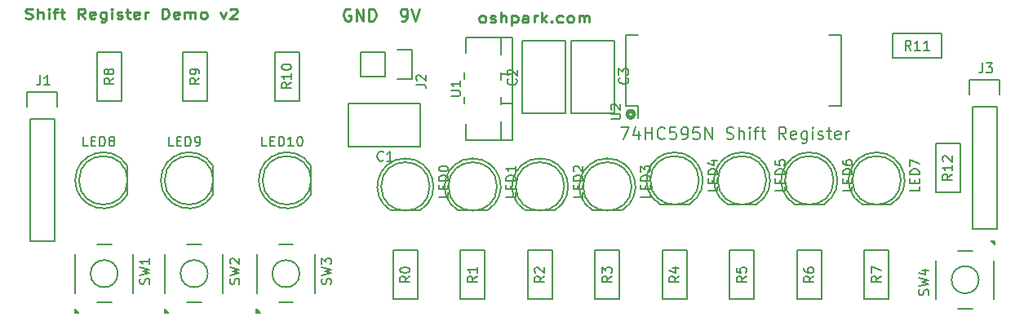
<source format=gto>
G04 #@! TF.FileFunction,Legend,Top*
%FSLAX46Y46*%
G04 Gerber Fmt 4.6, Leading zero omitted, Abs format (unit mm)*
G04 Created by KiCad (PCBNEW 4.0.3+e1-6302~38~ubuntu14.04.1-stable) date Thu Sep  8 17:11:28 2016*
%MOMM*%
%LPD*%
G01*
G04 APERTURE LIST*
%ADD10C,0.100000*%
%ADD11C,0.254000*%
%ADD12C,0.203200*%
%ADD13C,0.150000*%
%ADD14C,0.400000*%
G04 APERTURE END LIST*
D10*
D11*
X107082167Y-84241519D02*
X106961214Y-84193138D01*
X106900738Y-84144757D01*
X106840262Y-84047995D01*
X106840262Y-83757710D01*
X106900738Y-83660948D01*
X106961214Y-83612567D01*
X107082167Y-83564186D01*
X107263595Y-83564186D01*
X107384547Y-83612567D01*
X107445024Y-83660948D01*
X107505500Y-83757710D01*
X107505500Y-84047995D01*
X107445024Y-84144757D01*
X107384547Y-84193138D01*
X107263595Y-84241519D01*
X107082167Y-84241519D01*
X107989310Y-84193138D02*
X108110262Y-84241519D01*
X108352167Y-84241519D01*
X108473119Y-84193138D01*
X108533595Y-84096376D01*
X108533595Y-84047995D01*
X108473119Y-83951233D01*
X108352167Y-83902852D01*
X108170738Y-83902852D01*
X108049786Y-83854471D01*
X107989310Y-83757710D01*
X107989310Y-83709329D01*
X108049786Y-83612567D01*
X108170738Y-83564186D01*
X108352167Y-83564186D01*
X108473119Y-83612567D01*
X109077881Y-84241519D02*
X109077881Y-83225519D01*
X109622167Y-84241519D02*
X109622167Y-83709329D01*
X109561690Y-83612567D01*
X109440738Y-83564186D01*
X109259310Y-83564186D01*
X109138357Y-83612567D01*
X109077881Y-83660948D01*
X110226929Y-83564186D02*
X110226929Y-84580186D01*
X110226929Y-83612567D02*
X110347881Y-83564186D01*
X110589786Y-83564186D01*
X110710738Y-83612567D01*
X110771215Y-83660948D01*
X110831691Y-83757710D01*
X110831691Y-84047995D01*
X110771215Y-84144757D01*
X110710738Y-84193138D01*
X110589786Y-84241519D01*
X110347881Y-84241519D01*
X110226929Y-84193138D01*
X111920263Y-84241519D02*
X111920263Y-83709329D01*
X111859786Y-83612567D01*
X111738834Y-83564186D01*
X111496929Y-83564186D01*
X111375977Y-83612567D01*
X111920263Y-84193138D02*
X111799310Y-84241519D01*
X111496929Y-84241519D01*
X111375977Y-84193138D01*
X111315501Y-84096376D01*
X111315501Y-83999614D01*
X111375977Y-83902852D01*
X111496929Y-83854471D01*
X111799310Y-83854471D01*
X111920263Y-83806090D01*
X112525025Y-84241519D02*
X112525025Y-83564186D01*
X112525025Y-83757710D02*
X112585501Y-83660948D01*
X112645977Y-83612567D01*
X112766930Y-83564186D01*
X112887882Y-83564186D01*
X113311215Y-84241519D02*
X113311215Y-83225519D01*
X113432167Y-83854471D02*
X113795024Y-84241519D01*
X113795024Y-83564186D02*
X113311215Y-83951233D01*
X114339310Y-84144757D02*
X114399786Y-84193138D01*
X114339310Y-84241519D01*
X114278834Y-84193138D01*
X114339310Y-84144757D01*
X114339310Y-84241519D01*
X115488358Y-84193138D02*
X115367405Y-84241519D01*
X115125501Y-84241519D01*
X115004548Y-84193138D01*
X114944072Y-84144757D01*
X114883596Y-84047995D01*
X114883596Y-83757710D01*
X114944072Y-83660948D01*
X115004548Y-83612567D01*
X115125501Y-83564186D01*
X115367405Y-83564186D01*
X115488358Y-83612567D01*
X116214072Y-84241519D02*
X116093119Y-84193138D01*
X116032643Y-84144757D01*
X115972167Y-84047995D01*
X115972167Y-83757710D01*
X116032643Y-83660948D01*
X116093119Y-83612567D01*
X116214072Y-83564186D01*
X116395500Y-83564186D01*
X116516452Y-83612567D01*
X116576929Y-83660948D01*
X116637405Y-83757710D01*
X116637405Y-84047995D01*
X116576929Y-84144757D01*
X116516452Y-84193138D01*
X116395500Y-84241519D01*
X116214072Y-84241519D01*
X117181691Y-84241519D02*
X117181691Y-83564186D01*
X117181691Y-83660948D02*
X117242167Y-83612567D01*
X117363120Y-83564186D01*
X117544548Y-83564186D01*
X117665500Y-83612567D01*
X117725977Y-83709329D01*
X117725977Y-84241519D01*
X117725977Y-83709329D02*
X117786453Y-83612567D01*
X117907405Y-83564186D01*
X118088834Y-83564186D01*
X118209786Y-83612567D01*
X118270262Y-83709329D01*
X118270262Y-84241519D01*
X59762573Y-83812138D02*
X59944001Y-83860519D01*
X60246382Y-83860519D01*
X60367335Y-83812138D01*
X60427811Y-83763757D01*
X60488287Y-83666995D01*
X60488287Y-83570233D01*
X60427811Y-83473471D01*
X60367335Y-83425090D01*
X60246382Y-83376710D01*
X60004478Y-83328329D01*
X59883525Y-83279948D01*
X59823049Y-83231567D01*
X59762573Y-83134805D01*
X59762573Y-83038043D01*
X59823049Y-82941281D01*
X59883525Y-82892900D01*
X60004478Y-82844519D01*
X60306858Y-82844519D01*
X60488287Y-82892900D01*
X61032573Y-83860519D02*
X61032573Y-82844519D01*
X61576859Y-83860519D02*
X61576859Y-83328329D01*
X61516382Y-83231567D01*
X61395430Y-83183186D01*
X61214002Y-83183186D01*
X61093049Y-83231567D01*
X61032573Y-83279948D01*
X62181621Y-83860519D02*
X62181621Y-83183186D01*
X62181621Y-82844519D02*
X62121145Y-82892900D01*
X62181621Y-82941281D01*
X62242097Y-82892900D01*
X62181621Y-82844519D01*
X62181621Y-82941281D01*
X62604954Y-83183186D02*
X63088764Y-83183186D01*
X62786383Y-83860519D02*
X62786383Y-82989662D01*
X62846859Y-82892900D01*
X62967812Y-82844519D01*
X63088764Y-82844519D01*
X63330668Y-83183186D02*
X63814478Y-83183186D01*
X63512097Y-82844519D02*
X63512097Y-83715376D01*
X63572573Y-83812138D01*
X63693526Y-83860519D01*
X63814478Y-83860519D01*
X65931144Y-83860519D02*
X65507811Y-83376710D01*
X65205430Y-83860519D02*
X65205430Y-82844519D01*
X65689239Y-82844519D01*
X65810192Y-82892900D01*
X65870668Y-82941281D01*
X65931144Y-83038043D01*
X65931144Y-83183186D01*
X65870668Y-83279948D01*
X65810192Y-83328329D01*
X65689239Y-83376710D01*
X65205430Y-83376710D01*
X66959239Y-83812138D02*
X66838287Y-83860519D01*
X66596382Y-83860519D01*
X66475430Y-83812138D01*
X66414954Y-83715376D01*
X66414954Y-83328329D01*
X66475430Y-83231567D01*
X66596382Y-83183186D01*
X66838287Y-83183186D01*
X66959239Y-83231567D01*
X67019716Y-83328329D01*
X67019716Y-83425090D01*
X66414954Y-83521852D01*
X68108287Y-83183186D02*
X68108287Y-84005662D01*
X68047810Y-84102424D01*
X67987334Y-84150805D01*
X67866382Y-84199186D01*
X67684953Y-84199186D01*
X67564001Y-84150805D01*
X68108287Y-83812138D02*
X67987334Y-83860519D01*
X67745430Y-83860519D01*
X67624477Y-83812138D01*
X67564001Y-83763757D01*
X67503525Y-83666995D01*
X67503525Y-83376710D01*
X67564001Y-83279948D01*
X67624477Y-83231567D01*
X67745430Y-83183186D01*
X67987334Y-83183186D01*
X68108287Y-83231567D01*
X68713049Y-83860519D02*
X68713049Y-83183186D01*
X68713049Y-82844519D02*
X68652573Y-82892900D01*
X68713049Y-82941281D01*
X68773525Y-82892900D01*
X68713049Y-82844519D01*
X68713049Y-82941281D01*
X69257335Y-83812138D02*
X69378287Y-83860519D01*
X69620192Y-83860519D01*
X69741144Y-83812138D01*
X69801620Y-83715376D01*
X69801620Y-83666995D01*
X69741144Y-83570233D01*
X69620192Y-83521852D01*
X69438763Y-83521852D01*
X69317811Y-83473471D01*
X69257335Y-83376710D01*
X69257335Y-83328329D01*
X69317811Y-83231567D01*
X69438763Y-83183186D01*
X69620192Y-83183186D01*
X69741144Y-83231567D01*
X70164477Y-83183186D02*
X70648287Y-83183186D01*
X70345906Y-82844519D02*
X70345906Y-83715376D01*
X70406382Y-83812138D01*
X70527335Y-83860519D01*
X70648287Y-83860519D01*
X71555429Y-83812138D02*
X71434477Y-83860519D01*
X71192572Y-83860519D01*
X71071620Y-83812138D01*
X71011144Y-83715376D01*
X71011144Y-83328329D01*
X71071620Y-83231567D01*
X71192572Y-83183186D01*
X71434477Y-83183186D01*
X71555429Y-83231567D01*
X71615906Y-83328329D01*
X71615906Y-83425090D01*
X71011144Y-83521852D01*
X72160191Y-83860519D02*
X72160191Y-83183186D01*
X72160191Y-83376710D02*
X72220667Y-83279948D01*
X72281143Y-83231567D01*
X72402096Y-83183186D01*
X72523048Y-83183186D01*
X73914000Y-83860519D02*
X73914000Y-82844519D01*
X74216381Y-82844519D01*
X74397809Y-82892900D01*
X74518762Y-82989662D01*
X74579238Y-83086424D01*
X74639714Y-83279948D01*
X74639714Y-83425090D01*
X74579238Y-83618614D01*
X74518762Y-83715376D01*
X74397809Y-83812138D01*
X74216381Y-83860519D01*
X73914000Y-83860519D01*
X75667809Y-83812138D02*
X75546857Y-83860519D01*
X75304952Y-83860519D01*
X75184000Y-83812138D01*
X75123524Y-83715376D01*
X75123524Y-83328329D01*
X75184000Y-83231567D01*
X75304952Y-83183186D01*
X75546857Y-83183186D01*
X75667809Y-83231567D01*
X75728286Y-83328329D01*
X75728286Y-83425090D01*
X75123524Y-83521852D01*
X76272571Y-83860519D02*
X76272571Y-83183186D01*
X76272571Y-83279948D02*
X76333047Y-83231567D01*
X76454000Y-83183186D01*
X76635428Y-83183186D01*
X76756380Y-83231567D01*
X76816857Y-83328329D01*
X76816857Y-83860519D01*
X76816857Y-83328329D02*
X76877333Y-83231567D01*
X76998285Y-83183186D01*
X77179714Y-83183186D01*
X77300666Y-83231567D01*
X77361142Y-83328329D01*
X77361142Y-83860519D01*
X78147333Y-83860519D02*
X78026380Y-83812138D01*
X77965904Y-83763757D01*
X77905428Y-83666995D01*
X77905428Y-83376710D01*
X77965904Y-83279948D01*
X78026380Y-83231567D01*
X78147333Y-83183186D01*
X78328761Y-83183186D01*
X78449713Y-83231567D01*
X78510190Y-83279948D01*
X78570666Y-83376710D01*
X78570666Y-83666995D01*
X78510190Y-83763757D01*
X78449713Y-83812138D01*
X78328761Y-83860519D01*
X78147333Y-83860519D01*
X79961619Y-83183186D02*
X80264000Y-83860519D01*
X80566380Y-83183186D01*
X80989714Y-82941281D02*
X81050190Y-82892900D01*
X81171142Y-82844519D01*
X81473523Y-82844519D01*
X81594476Y-82892900D01*
X81654952Y-82941281D01*
X81715428Y-83038043D01*
X81715428Y-83134805D01*
X81654952Y-83279948D01*
X80929238Y-83860519D01*
X81715428Y-83860519D01*
D12*
X121496668Y-95151424D02*
X122343334Y-95151424D01*
X121799049Y-96421424D01*
X123371430Y-95574757D02*
X123371430Y-96421424D01*
X123069049Y-95090948D02*
X122766668Y-95998090D01*
X123552858Y-95998090D01*
X124036668Y-96421424D02*
X124036668Y-95151424D01*
X124036668Y-95756186D02*
X124762382Y-95756186D01*
X124762382Y-96421424D02*
X124762382Y-95151424D01*
X126092858Y-96300471D02*
X126032382Y-96360948D01*
X125850953Y-96421424D01*
X125730001Y-96421424D01*
X125548573Y-96360948D01*
X125427620Y-96239995D01*
X125367144Y-96119043D01*
X125306668Y-95877138D01*
X125306668Y-95695710D01*
X125367144Y-95453805D01*
X125427620Y-95332852D01*
X125548573Y-95211900D01*
X125730001Y-95151424D01*
X125850953Y-95151424D01*
X126032382Y-95211900D01*
X126092858Y-95272376D01*
X127241906Y-95151424D02*
X126637144Y-95151424D01*
X126576668Y-95756186D01*
X126637144Y-95695710D01*
X126758096Y-95635233D01*
X127060477Y-95635233D01*
X127181430Y-95695710D01*
X127241906Y-95756186D01*
X127302382Y-95877138D01*
X127302382Y-96179519D01*
X127241906Y-96300471D01*
X127181430Y-96360948D01*
X127060477Y-96421424D01*
X126758096Y-96421424D01*
X126637144Y-96360948D01*
X126576668Y-96300471D01*
X127907144Y-96421424D02*
X128149049Y-96421424D01*
X128270001Y-96360948D01*
X128330477Y-96300471D01*
X128451430Y-96119043D01*
X128511906Y-95877138D01*
X128511906Y-95393329D01*
X128451430Y-95272376D01*
X128390954Y-95211900D01*
X128270001Y-95151424D01*
X128028097Y-95151424D01*
X127907144Y-95211900D01*
X127846668Y-95272376D01*
X127786192Y-95393329D01*
X127786192Y-95695710D01*
X127846668Y-95816662D01*
X127907144Y-95877138D01*
X128028097Y-95937614D01*
X128270001Y-95937614D01*
X128390954Y-95877138D01*
X128451430Y-95816662D01*
X128511906Y-95695710D01*
X129660954Y-95151424D02*
X129056192Y-95151424D01*
X128995716Y-95756186D01*
X129056192Y-95695710D01*
X129177144Y-95635233D01*
X129479525Y-95635233D01*
X129600478Y-95695710D01*
X129660954Y-95756186D01*
X129721430Y-95877138D01*
X129721430Y-96179519D01*
X129660954Y-96300471D01*
X129600478Y-96360948D01*
X129479525Y-96421424D01*
X129177144Y-96421424D01*
X129056192Y-96360948D01*
X128995716Y-96300471D01*
X130265716Y-96421424D02*
X130265716Y-95151424D01*
X130991430Y-96421424D01*
X130991430Y-95151424D01*
X132503335Y-96360948D02*
X132684763Y-96421424D01*
X132987144Y-96421424D01*
X133108097Y-96360948D01*
X133168573Y-96300471D01*
X133229049Y-96179519D01*
X133229049Y-96058567D01*
X133168573Y-95937614D01*
X133108097Y-95877138D01*
X132987144Y-95816662D01*
X132745240Y-95756186D01*
X132624287Y-95695710D01*
X132563811Y-95635233D01*
X132503335Y-95514281D01*
X132503335Y-95393329D01*
X132563811Y-95272376D01*
X132624287Y-95211900D01*
X132745240Y-95151424D01*
X133047620Y-95151424D01*
X133229049Y-95211900D01*
X133773335Y-96421424D02*
X133773335Y-95151424D01*
X134317621Y-96421424D02*
X134317621Y-95756186D01*
X134257144Y-95635233D01*
X134136192Y-95574757D01*
X133954764Y-95574757D01*
X133833811Y-95635233D01*
X133773335Y-95695710D01*
X134922383Y-96421424D02*
X134922383Y-95574757D01*
X134922383Y-95151424D02*
X134861907Y-95211900D01*
X134922383Y-95272376D01*
X134982859Y-95211900D01*
X134922383Y-95151424D01*
X134922383Y-95272376D01*
X135345716Y-95574757D02*
X135829526Y-95574757D01*
X135527145Y-96421424D02*
X135527145Y-95332852D01*
X135587621Y-95211900D01*
X135708574Y-95151424D01*
X135829526Y-95151424D01*
X136071430Y-95574757D02*
X136555240Y-95574757D01*
X136252859Y-95151424D02*
X136252859Y-96239995D01*
X136313335Y-96360948D01*
X136434288Y-96421424D01*
X136555240Y-96421424D01*
X138671906Y-96421424D02*
X138248573Y-95816662D01*
X137946192Y-96421424D02*
X137946192Y-95151424D01*
X138430001Y-95151424D01*
X138550954Y-95211900D01*
X138611430Y-95272376D01*
X138671906Y-95393329D01*
X138671906Y-95574757D01*
X138611430Y-95695710D01*
X138550954Y-95756186D01*
X138430001Y-95816662D01*
X137946192Y-95816662D01*
X139700001Y-96360948D02*
X139579049Y-96421424D01*
X139337144Y-96421424D01*
X139216192Y-96360948D01*
X139155716Y-96239995D01*
X139155716Y-95756186D01*
X139216192Y-95635233D01*
X139337144Y-95574757D01*
X139579049Y-95574757D01*
X139700001Y-95635233D01*
X139760478Y-95756186D01*
X139760478Y-95877138D01*
X139155716Y-95998090D01*
X140849049Y-95574757D02*
X140849049Y-96602852D01*
X140788572Y-96723805D01*
X140728096Y-96784281D01*
X140607144Y-96844757D01*
X140425715Y-96844757D01*
X140304763Y-96784281D01*
X140849049Y-96360948D02*
X140728096Y-96421424D01*
X140486192Y-96421424D01*
X140365239Y-96360948D01*
X140304763Y-96300471D01*
X140244287Y-96179519D01*
X140244287Y-95816662D01*
X140304763Y-95695710D01*
X140365239Y-95635233D01*
X140486192Y-95574757D01*
X140728096Y-95574757D01*
X140849049Y-95635233D01*
X141453811Y-96421424D02*
X141453811Y-95574757D01*
X141453811Y-95151424D02*
X141393335Y-95211900D01*
X141453811Y-95272376D01*
X141514287Y-95211900D01*
X141453811Y-95151424D01*
X141453811Y-95272376D01*
X141998097Y-96360948D02*
X142119049Y-96421424D01*
X142360954Y-96421424D01*
X142481906Y-96360948D01*
X142542382Y-96239995D01*
X142542382Y-96179519D01*
X142481906Y-96058567D01*
X142360954Y-95998090D01*
X142179525Y-95998090D01*
X142058573Y-95937614D01*
X141998097Y-95816662D01*
X141998097Y-95756186D01*
X142058573Y-95635233D01*
X142179525Y-95574757D01*
X142360954Y-95574757D01*
X142481906Y-95635233D01*
X142905239Y-95574757D02*
X143389049Y-95574757D01*
X143086668Y-95151424D02*
X143086668Y-96239995D01*
X143147144Y-96360948D01*
X143268097Y-96421424D01*
X143389049Y-96421424D01*
X144296191Y-96360948D02*
X144175239Y-96421424D01*
X143933334Y-96421424D01*
X143812382Y-96360948D01*
X143751906Y-96239995D01*
X143751906Y-95756186D01*
X143812382Y-95635233D01*
X143933334Y-95574757D01*
X144175239Y-95574757D01*
X144296191Y-95635233D01*
X144356668Y-95756186D01*
X144356668Y-95877138D01*
X143751906Y-95998090D01*
X144900953Y-96421424D02*
X144900953Y-95574757D01*
X144900953Y-95816662D02*
X144961429Y-95695710D01*
X145021905Y-95635233D01*
X145142858Y-95574757D01*
X145263810Y-95574757D01*
D11*
X93456881Y-82892900D02*
X93335929Y-82832424D01*
X93154500Y-82832424D01*
X92973072Y-82892900D01*
X92852119Y-83013852D01*
X92791643Y-83134805D01*
X92731167Y-83376710D01*
X92731167Y-83558138D01*
X92791643Y-83800043D01*
X92852119Y-83920995D01*
X92973072Y-84041948D01*
X93154500Y-84102424D01*
X93275452Y-84102424D01*
X93456881Y-84041948D01*
X93517357Y-83981471D01*
X93517357Y-83558138D01*
X93275452Y-83558138D01*
X94061643Y-84102424D02*
X94061643Y-82832424D01*
X94787357Y-84102424D01*
X94787357Y-82832424D01*
X95392119Y-84102424D02*
X95392119Y-82832424D01*
X95694500Y-82832424D01*
X95875928Y-82892900D01*
X95996881Y-83013852D01*
X96057357Y-83134805D01*
X96117833Y-83376710D01*
X96117833Y-83558138D01*
X96057357Y-83800043D01*
X95996881Y-83920995D01*
X95875928Y-84041948D01*
X95694500Y-84102424D01*
X95392119Y-84102424D01*
X98781810Y-84102424D02*
X99023715Y-84102424D01*
X99144667Y-84041948D01*
X99205143Y-83981471D01*
X99326096Y-83800043D01*
X99386572Y-83558138D01*
X99386572Y-83074329D01*
X99326096Y-82953376D01*
X99265620Y-82892900D01*
X99144667Y-82832424D01*
X98902763Y-82832424D01*
X98781810Y-82892900D01*
X98721334Y-82953376D01*
X98660858Y-83074329D01*
X98660858Y-83376710D01*
X98721334Y-83497662D01*
X98781810Y-83558138D01*
X98902763Y-83618614D01*
X99144667Y-83618614D01*
X99265620Y-83558138D01*
X99326096Y-83497662D01*
X99386572Y-83376710D01*
X99749429Y-82832424D02*
X100172763Y-84102424D01*
X100596096Y-82832424D01*
D13*
X100738000Y-97207900D02*
X93238000Y-97207900D01*
X93238000Y-97207900D02*
X93238000Y-92707900D01*
X93238000Y-92707900D02*
X100738000Y-92707900D01*
X100738000Y-92707900D02*
X100738000Y-97207900D01*
X135619132Y-103157788D02*
G75*
G03X132594228Y-103172900I-1524904J2484888D01*
G01*
X135594228Y-103172900D02*
X132594228Y-103172900D01*
X136612164Y-100672900D02*
G75*
G03X136612164Y-100672900I-2517936J0D01*
G01*
X111288000Y-93667900D02*
X111288000Y-86167900D01*
X111288000Y-86167900D02*
X115788000Y-86167900D01*
X115788000Y-86167900D02*
X115788000Y-93667900D01*
X115788000Y-93667900D02*
X111288000Y-93667900D01*
X120868000Y-86167900D02*
X120868000Y-93667900D01*
X120868000Y-93667900D02*
X116368000Y-93667900D01*
X116368000Y-93667900D02*
X116368000Y-86167900D01*
X116368000Y-86167900D02*
X120868000Y-86167900D01*
X62738000Y-94322900D02*
X62738000Y-107022900D01*
X62738000Y-107022900D02*
X60198000Y-107022900D01*
X60198000Y-107022900D02*
X60198000Y-94322900D01*
X63018000Y-91502900D02*
X63018000Y-93052900D01*
X62738000Y-94322900D02*
X60198000Y-94322900D01*
X59918000Y-93052900D02*
X59918000Y-91502900D01*
X59918000Y-91502900D02*
X63018000Y-91502900D01*
X97028000Y-89877900D02*
X94488000Y-89877900D01*
X99848000Y-90157900D02*
X98298000Y-90157900D01*
X97028000Y-89877900D02*
X97028000Y-87337900D01*
X98298000Y-87057900D02*
X99848000Y-87057900D01*
X99848000Y-87057900D02*
X99848000Y-90157900D01*
X97028000Y-87337900D02*
X94488000Y-87337900D01*
X94488000Y-87337900D02*
X94488000Y-89877900D01*
X160528000Y-93052900D02*
X160528000Y-105752900D01*
X160528000Y-105752900D02*
X157988000Y-105752900D01*
X157988000Y-105752900D02*
X157988000Y-93052900D01*
X160808000Y-90232900D02*
X160808000Y-91782900D01*
X160528000Y-93052900D02*
X157988000Y-93052900D01*
X157708000Y-91782900D02*
X157708000Y-90232900D01*
X157708000Y-90232900D02*
X160808000Y-90232900D01*
X97899228Y-113026936D02*
X97899228Y-107946936D01*
X97899228Y-107946936D02*
X100439228Y-107946936D01*
X100439228Y-107946936D02*
X100439228Y-113026936D01*
X100439228Y-113026936D02*
X97899228Y-113026936D01*
X104884228Y-113026936D02*
X104884228Y-107946936D01*
X104884228Y-107946936D02*
X107424228Y-107946936D01*
X107424228Y-107946936D02*
X107424228Y-113026936D01*
X107424228Y-113026936D02*
X104884228Y-113026936D01*
X111869228Y-113026936D02*
X111869228Y-107946936D01*
X111869228Y-107946936D02*
X114409228Y-107946936D01*
X114409228Y-107946936D02*
X114409228Y-113026936D01*
X114409228Y-113026936D02*
X111869228Y-113026936D01*
X118854228Y-113026936D02*
X118854228Y-107946936D01*
X118854228Y-107946936D02*
X121394228Y-107946936D01*
X121394228Y-107946936D02*
X121394228Y-113026936D01*
X121394228Y-113026936D02*
X118854228Y-113026936D01*
X125839228Y-113026936D02*
X125839228Y-107946936D01*
X125839228Y-107946936D02*
X128379228Y-107946936D01*
X128379228Y-107946936D02*
X128379228Y-113026936D01*
X128379228Y-113026936D02*
X125839228Y-113026936D01*
X132824228Y-113026936D02*
X132824228Y-107946936D01*
X132824228Y-107946936D02*
X135364228Y-107946936D01*
X135364228Y-107946936D02*
X135364228Y-113026936D01*
X135364228Y-113026936D02*
X132824228Y-113026936D01*
X139809228Y-113026936D02*
X139809228Y-107946936D01*
X139809228Y-107946936D02*
X142349228Y-107946936D01*
X142349228Y-107946936D02*
X142349228Y-113026936D01*
X142349228Y-113026936D02*
X139809228Y-113026936D01*
X146794228Y-113026936D02*
X146794228Y-107946936D01*
X146794228Y-107946936D02*
X149334228Y-107946936D01*
X149334228Y-107946936D02*
X149334228Y-113026936D01*
X149334228Y-113026936D02*
X146794228Y-113026936D01*
X67183000Y-92417900D02*
X67183000Y-87337900D01*
X67183000Y-87337900D02*
X69723000Y-87337900D01*
X69723000Y-87337900D02*
X69723000Y-92417900D01*
X69723000Y-92417900D02*
X67183000Y-92417900D01*
X76073000Y-92417900D02*
X76073000Y-87337900D01*
X76073000Y-87337900D02*
X78613000Y-87337900D01*
X78613000Y-87337900D02*
X78613000Y-92417900D01*
X78613000Y-92417900D02*
X76073000Y-92417900D01*
X85598000Y-92417900D02*
X85598000Y-87337900D01*
X85598000Y-87337900D02*
X88138000Y-87337900D01*
X88138000Y-87337900D02*
X88138000Y-92417900D01*
X88138000Y-92417900D02*
X85598000Y-92417900D01*
X154813000Y-87972900D02*
X149733000Y-87972900D01*
X149733000Y-87972900D02*
X149733000Y-85432900D01*
X149733000Y-85432900D02*
X154813000Y-85432900D01*
X154813000Y-85432900D02*
X154813000Y-87972900D01*
X156718000Y-96862900D02*
X156718000Y-101942900D01*
X156718000Y-101942900D02*
X154178000Y-101942900D01*
X154178000Y-101942900D02*
X154178000Y-96862900D01*
X154178000Y-96862900D02*
X156718000Y-96862900D01*
X64913000Y-114322900D02*
X65013000Y-114322900D01*
X64863000Y-114422900D02*
X64863000Y-114072900D01*
X64863000Y-114072900D02*
G75*
G03X65213000Y-114422900I1050000J700000D01*
G01*
X64863000Y-114422900D02*
X65213000Y-114422900D01*
X69327214Y-110372900D02*
G75*
G03X69327214Y-110372900I-1414214J0D01*
G01*
X70913000Y-112372900D02*
X70913000Y-108372900D01*
X64913000Y-112372900D02*
X64913000Y-108372900D01*
X68663000Y-113372900D02*
X67163000Y-113372900D01*
X67163000Y-107372900D02*
X68663000Y-107372900D01*
D10*
X67913000Y-113372900D02*
X67913000Y-113372900D01*
X70913000Y-108372900D02*
X70913000Y-112372900D01*
X64913000Y-108372900D02*
X64913000Y-112372900D01*
X67913000Y-107372900D02*
X67913000Y-107372900D01*
X69327214Y-110372900D02*
G75*
G03X69327214Y-110372900I-1414214J0D01*
G01*
D13*
X74248000Y-114322900D02*
X74348000Y-114322900D01*
X74198000Y-114422900D02*
X74198000Y-114072900D01*
X74198000Y-114072900D02*
G75*
G03X74548000Y-114422900I1050000J700000D01*
G01*
X74198000Y-114422900D02*
X74548000Y-114422900D01*
X78662214Y-110372900D02*
G75*
G03X78662214Y-110372900I-1414214J0D01*
G01*
X80248000Y-112372900D02*
X80248000Y-108372900D01*
X74248000Y-112372900D02*
X74248000Y-108372900D01*
X77998000Y-113372900D02*
X76498000Y-113372900D01*
X76498000Y-107372900D02*
X77998000Y-107372900D01*
D10*
X77248000Y-113372900D02*
X77248000Y-113372900D01*
X80248000Y-108372900D02*
X80248000Y-112372900D01*
X74248000Y-108372900D02*
X74248000Y-112372900D01*
X77248000Y-107372900D02*
X77248000Y-107372900D01*
X78662214Y-110372900D02*
G75*
G03X78662214Y-110372900I-1414214J0D01*
G01*
D13*
X83773000Y-114322900D02*
X83873000Y-114322900D01*
X83723000Y-114422900D02*
X83723000Y-114072900D01*
X83723000Y-114072900D02*
G75*
G03X84073000Y-114422900I1050000J700000D01*
G01*
X83723000Y-114422900D02*
X84073000Y-114422900D01*
X88187214Y-110372900D02*
G75*
G03X88187214Y-110372900I-1414214J0D01*
G01*
X89773000Y-112372900D02*
X89773000Y-108372900D01*
X83773000Y-112372900D02*
X83773000Y-108372900D01*
X87523000Y-113372900D02*
X86023000Y-113372900D01*
X86023000Y-107372900D02*
X87523000Y-107372900D01*
D10*
X86773000Y-113372900D02*
X86773000Y-113372900D01*
X89773000Y-108372900D02*
X89773000Y-112372900D01*
X83773000Y-108372900D02*
X83773000Y-112372900D01*
X86773000Y-107372900D02*
X86773000Y-107372900D01*
X88187214Y-110372900D02*
G75*
G03X88187214Y-110372900I-1414214J0D01*
G01*
D13*
X160258000Y-107057900D02*
X160158000Y-107057900D01*
X160308000Y-106957900D02*
X160308000Y-107307900D01*
X160308000Y-107307900D02*
G75*
G03X159958000Y-106957900I-1050000J-700000D01*
G01*
X160308000Y-106957900D02*
X159958000Y-106957900D01*
X158672214Y-111007900D02*
G75*
G03X158672214Y-111007900I-1414214J0D01*
G01*
X154258000Y-109007900D02*
X154258000Y-113007900D01*
X160258000Y-109007900D02*
X160258000Y-113007900D01*
X156508000Y-108007900D02*
X158008000Y-108007900D01*
X158008000Y-114007900D02*
X156508000Y-114007900D01*
D10*
X157258000Y-108007900D02*
X157258000Y-108007900D01*
X154258000Y-113007900D02*
X154258000Y-109007900D01*
X160258000Y-113007900D02*
X160258000Y-109007900D01*
X157258000Y-114007900D02*
X157258000Y-114007900D01*
X158672214Y-111007900D02*
G75*
G03X158672214Y-111007900I-1414214J0D01*
G01*
D13*
X109093000Y-96481900D02*
X109093000Y-94576900D01*
X109093000Y-92036900D02*
X109093000Y-92798900D01*
X109093000Y-89623900D02*
X109093000Y-89496900D01*
X109093000Y-89623900D02*
X109093000Y-90258900D01*
X109093000Y-85813900D02*
X109093000Y-87591900D01*
X105410000Y-85813900D02*
X105410000Y-87464900D01*
X105283000Y-90131900D02*
X105283000Y-89496900D01*
X105283000Y-92671900D02*
X105283000Y-92036900D01*
X105410000Y-96481900D02*
X105410000Y-94830900D01*
X110236000Y-89623900D02*
X109093000Y-89623900D01*
X110236000Y-92671900D02*
X109093000Y-92671900D01*
X109093000Y-96481900D02*
X105410000Y-96481900D01*
X105410000Y-85813900D02*
X109093000Y-85813900D01*
X110236000Y-96481900D02*
X109093000Y-96481900D01*
X109093000Y-85813900D02*
X110236000Y-85813900D01*
X110236000Y-91147900D02*
X110236000Y-85813900D01*
X110236000Y-91147900D02*
X110236000Y-96481900D01*
X122038000Y-92917900D02*
X123308000Y-92917900D01*
X122038000Y-85567900D02*
X123308000Y-85567900D01*
X144408000Y-85567900D02*
X143138000Y-85567900D01*
X144408000Y-92917900D02*
X143138000Y-92917900D01*
X122038000Y-92917900D02*
X122038000Y-85567900D01*
X144408000Y-92917900D02*
X144408000Y-85567900D01*
X123308000Y-92917900D02*
X123308000Y-94202900D01*
X144408000Y-92917900D02*
X144408000Y-85567900D01*
D14*
X122914210Y-93814900D02*
G75*
G03X122914210Y-93814900I-359210J0D01*
G01*
D13*
X149589132Y-103157788D02*
G75*
G03X146564228Y-103172900I-1524904J2484888D01*
G01*
X149564228Y-103172900D02*
X146564228Y-103172900D01*
X150582164Y-100672900D02*
G75*
G03X150582164Y-100672900I-2517936J0D01*
G01*
X142604132Y-103157788D02*
G75*
G03X139579228Y-103172900I-1524904J2484888D01*
G01*
X142579228Y-103172900D02*
X139579228Y-103172900D01*
X143597164Y-100672900D02*
G75*
G03X143597164Y-100672900I-2517936J0D01*
G01*
X128634132Y-103157788D02*
G75*
G03X125609228Y-103172900I-1524904J2484888D01*
G01*
X128609228Y-103172900D02*
X125609228Y-103172900D01*
X129627164Y-100672900D02*
G75*
G03X129627164Y-100672900I-2517936J0D01*
G01*
X121649132Y-103792788D02*
G75*
G03X118624228Y-103807900I-1524904J2484888D01*
G01*
X121624228Y-103807900D02*
X118624228Y-103807900D01*
X122642164Y-101307900D02*
G75*
G03X122642164Y-101307900I-2517936J0D01*
G01*
X114664132Y-103792788D02*
G75*
G03X111639228Y-103807900I-1524904J2484888D01*
G01*
X114639228Y-103807900D02*
X111639228Y-103807900D01*
X115657164Y-101307900D02*
G75*
G03X115657164Y-101307900I-2517936J0D01*
G01*
X107679132Y-103792788D02*
G75*
G03X104654228Y-103807900I-1524904J2484888D01*
G01*
X107654228Y-103807900D02*
X104654228Y-103807900D01*
X108672164Y-101307900D02*
G75*
G03X108672164Y-101307900I-2517936J0D01*
G01*
X100694132Y-103792788D02*
G75*
G03X97669228Y-103807900I-1524904J2484888D01*
G01*
X100669228Y-103807900D02*
X97669228Y-103807900D01*
X101687164Y-101307900D02*
G75*
G03X101687164Y-101307900I-2517936J0D01*
G01*
X89352888Y-99147996D02*
G75*
G03X89368000Y-102172900I-2484888J-1524904D01*
G01*
X89368000Y-99172900D02*
X89368000Y-102172900D01*
X89385936Y-100672900D02*
G75*
G03X89385936Y-100672900I-2517936J0D01*
G01*
X79192888Y-99147996D02*
G75*
G03X79208000Y-102172900I-2484888J-1524904D01*
G01*
X79208000Y-99172900D02*
X79208000Y-102172900D01*
X79225936Y-100672900D02*
G75*
G03X79225936Y-100672900I-2517936J0D01*
G01*
X70302888Y-99147996D02*
G75*
G03X70318000Y-102172900I-2484888J-1524904D01*
G01*
X70318000Y-99172900D02*
X70318000Y-102172900D01*
X70335936Y-100672900D02*
G75*
G03X70335936Y-100672900I-2517936J0D01*
G01*
X96871334Y-98565043D02*
X96823715Y-98612662D01*
X96680858Y-98660281D01*
X96585620Y-98660281D01*
X96442762Y-98612662D01*
X96347524Y-98517424D01*
X96299905Y-98422186D01*
X96252286Y-98231710D01*
X96252286Y-98088852D01*
X96299905Y-97898376D01*
X96347524Y-97803138D01*
X96442762Y-97707900D01*
X96585620Y-97660281D01*
X96680858Y-97660281D01*
X96823715Y-97707900D01*
X96871334Y-97755519D01*
X97823715Y-98660281D02*
X97252286Y-98660281D01*
X97538000Y-98660281D02*
X97538000Y-97660281D01*
X97442762Y-97803138D01*
X97347524Y-97898376D01*
X97252286Y-97945995D01*
X138546609Y-101311947D02*
X138546609Y-101788138D01*
X137546609Y-101788138D01*
X138022799Y-100978614D02*
X138022799Y-100645280D01*
X138546609Y-100502423D02*
X138546609Y-100978614D01*
X137546609Y-100978614D01*
X137546609Y-100502423D01*
X138546609Y-100073852D02*
X137546609Y-100073852D01*
X137546609Y-99835757D01*
X137594228Y-99692899D01*
X137689466Y-99597661D01*
X137784704Y-99550042D01*
X137975180Y-99502423D01*
X138118038Y-99502423D01*
X138308514Y-99550042D01*
X138403752Y-99597661D01*
X138498990Y-99692899D01*
X138546609Y-99835757D01*
X138546609Y-100073852D01*
X137546609Y-98597661D02*
X137546609Y-99073852D01*
X138022799Y-99121471D01*
X137975180Y-99073852D01*
X137927561Y-98978614D01*
X137927561Y-98740518D01*
X137975180Y-98645280D01*
X138022799Y-98597661D01*
X138118038Y-98550042D01*
X138356133Y-98550042D01*
X138451371Y-98597661D01*
X138498990Y-98645280D01*
X138546609Y-98740518D01*
X138546609Y-98978614D01*
X138498990Y-99073852D01*
X138451371Y-99121471D01*
X110645143Y-90134566D02*
X110692762Y-90182185D01*
X110740381Y-90325042D01*
X110740381Y-90420280D01*
X110692762Y-90563138D01*
X110597524Y-90658376D01*
X110502286Y-90705995D01*
X110311810Y-90753614D01*
X110168952Y-90753614D01*
X109978476Y-90705995D01*
X109883238Y-90658376D01*
X109788000Y-90563138D01*
X109740381Y-90420280D01*
X109740381Y-90325042D01*
X109788000Y-90182185D01*
X109835619Y-90134566D01*
X109835619Y-89753614D02*
X109788000Y-89705995D01*
X109740381Y-89610757D01*
X109740381Y-89372661D01*
X109788000Y-89277423D01*
X109835619Y-89229804D01*
X109930857Y-89182185D01*
X110026095Y-89182185D01*
X110168952Y-89229804D01*
X110740381Y-89801233D01*
X110740381Y-89182185D01*
X122225143Y-90034566D02*
X122272762Y-90082185D01*
X122320381Y-90225042D01*
X122320381Y-90320280D01*
X122272762Y-90463138D01*
X122177524Y-90558376D01*
X122082286Y-90605995D01*
X121891810Y-90653614D01*
X121748952Y-90653614D01*
X121558476Y-90605995D01*
X121463238Y-90558376D01*
X121368000Y-90463138D01*
X121320381Y-90320280D01*
X121320381Y-90225042D01*
X121368000Y-90082185D01*
X121415619Y-90034566D01*
X121320381Y-89701233D02*
X121320381Y-89082185D01*
X121701333Y-89415519D01*
X121701333Y-89272661D01*
X121748952Y-89177423D01*
X121796571Y-89129804D01*
X121891810Y-89082185D01*
X122129905Y-89082185D01*
X122225143Y-89129804D01*
X122272762Y-89177423D01*
X122320381Y-89272661D01*
X122320381Y-89558376D01*
X122272762Y-89653614D01*
X122225143Y-89701233D01*
X61274667Y-89765281D02*
X61274667Y-90479567D01*
X61227047Y-90622424D01*
X61131809Y-90717662D01*
X60988952Y-90765281D01*
X60893714Y-90765281D01*
X62274667Y-90765281D02*
X61703238Y-90765281D01*
X61988952Y-90765281D02*
X61988952Y-89765281D01*
X61893714Y-89908138D01*
X61798476Y-90003376D01*
X61703238Y-90050995D01*
X100290381Y-90719233D02*
X101004667Y-90719233D01*
X101147524Y-90766853D01*
X101242762Y-90862091D01*
X101290381Y-91004948D01*
X101290381Y-91100186D01*
X100385619Y-90290662D02*
X100338000Y-90243043D01*
X100290381Y-90147805D01*
X100290381Y-89909709D01*
X100338000Y-89814471D01*
X100385619Y-89766852D01*
X100480857Y-89719233D01*
X100576095Y-89719233D01*
X100718952Y-89766852D01*
X101290381Y-90338281D01*
X101290381Y-89719233D01*
X159064667Y-88495281D02*
X159064667Y-89209567D01*
X159017047Y-89352424D01*
X158921809Y-89447662D01*
X158778952Y-89495281D01*
X158683714Y-89495281D01*
X159445619Y-88495281D02*
X160064667Y-88495281D01*
X159731333Y-88876233D01*
X159874191Y-88876233D01*
X159969429Y-88923852D01*
X160017048Y-88971471D01*
X160064667Y-89066710D01*
X160064667Y-89304805D01*
X160017048Y-89400043D01*
X159969429Y-89447662D01*
X159874191Y-89495281D01*
X159588476Y-89495281D01*
X159493238Y-89447662D01*
X159445619Y-89400043D01*
X99621609Y-110653602D02*
X99145418Y-110986936D01*
X99621609Y-111225031D02*
X98621609Y-111225031D01*
X98621609Y-110844078D01*
X98669228Y-110748840D01*
X98716847Y-110701221D01*
X98812085Y-110653602D01*
X98954942Y-110653602D01*
X99050180Y-110701221D01*
X99097799Y-110748840D01*
X99145418Y-110844078D01*
X99145418Y-111225031D01*
X98621609Y-110034555D02*
X98621609Y-109939316D01*
X98669228Y-109844078D01*
X98716847Y-109796459D01*
X98812085Y-109748840D01*
X99002561Y-109701221D01*
X99240657Y-109701221D01*
X99431133Y-109748840D01*
X99526371Y-109796459D01*
X99573990Y-109844078D01*
X99621609Y-109939316D01*
X99621609Y-110034555D01*
X99573990Y-110129793D01*
X99526371Y-110177412D01*
X99431133Y-110225031D01*
X99240657Y-110272650D01*
X99002561Y-110272650D01*
X98812085Y-110225031D01*
X98716847Y-110177412D01*
X98669228Y-110129793D01*
X98621609Y-110034555D01*
X106606609Y-110653602D02*
X106130418Y-110986936D01*
X106606609Y-111225031D02*
X105606609Y-111225031D01*
X105606609Y-110844078D01*
X105654228Y-110748840D01*
X105701847Y-110701221D01*
X105797085Y-110653602D01*
X105939942Y-110653602D01*
X106035180Y-110701221D01*
X106082799Y-110748840D01*
X106130418Y-110844078D01*
X106130418Y-111225031D01*
X106606609Y-109701221D02*
X106606609Y-110272650D01*
X106606609Y-109986936D02*
X105606609Y-109986936D01*
X105749466Y-110082174D01*
X105844704Y-110177412D01*
X105892323Y-110272650D01*
X113591609Y-110653602D02*
X113115418Y-110986936D01*
X113591609Y-111225031D02*
X112591609Y-111225031D01*
X112591609Y-110844078D01*
X112639228Y-110748840D01*
X112686847Y-110701221D01*
X112782085Y-110653602D01*
X112924942Y-110653602D01*
X113020180Y-110701221D01*
X113067799Y-110748840D01*
X113115418Y-110844078D01*
X113115418Y-111225031D01*
X112686847Y-110272650D02*
X112639228Y-110225031D01*
X112591609Y-110129793D01*
X112591609Y-109891697D01*
X112639228Y-109796459D01*
X112686847Y-109748840D01*
X112782085Y-109701221D01*
X112877323Y-109701221D01*
X113020180Y-109748840D01*
X113591609Y-110320269D01*
X113591609Y-109701221D01*
X120576609Y-110653602D02*
X120100418Y-110986936D01*
X120576609Y-111225031D02*
X119576609Y-111225031D01*
X119576609Y-110844078D01*
X119624228Y-110748840D01*
X119671847Y-110701221D01*
X119767085Y-110653602D01*
X119909942Y-110653602D01*
X120005180Y-110701221D01*
X120052799Y-110748840D01*
X120100418Y-110844078D01*
X120100418Y-111225031D01*
X119576609Y-110320269D02*
X119576609Y-109701221D01*
X119957561Y-110034555D01*
X119957561Y-109891697D01*
X120005180Y-109796459D01*
X120052799Y-109748840D01*
X120148038Y-109701221D01*
X120386133Y-109701221D01*
X120481371Y-109748840D01*
X120528990Y-109796459D01*
X120576609Y-109891697D01*
X120576609Y-110177412D01*
X120528990Y-110272650D01*
X120481371Y-110320269D01*
X127561609Y-110653602D02*
X127085418Y-110986936D01*
X127561609Y-111225031D02*
X126561609Y-111225031D01*
X126561609Y-110844078D01*
X126609228Y-110748840D01*
X126656847Y-110701221D01*
X126752085Y-110653602D01*
X126894942Y-110653602D01*
X126990180Y-110701221D01*
X127037799Y-110748840D01*
X127085418Y-110844078D01*
X127085418Y-111225031D01*
X126894942Y-109796459D02*
X127561609Y-109796459D01*
X126513990Y-110034555D02*
X127228276Y-110272650D01*
X127228276Y-109653602D01*
X134546609Y-110653602D02*
X134070418Y-110986936D01*
X134546609Y-111225031D02*
X133546609Y-111225031D01*
X133546609Y-110844078D01*
X133594228Y-110748840D01*
X133641847Y-110701221D01*
X133737085Y-110653602D01*
X133879942Y-110653602D01*
X133975180Y-110701221D01*
X134022799Y-110748840D01*
X134070418Y-110844078D01*
X134070418Y-111225031D01*
X133546609Y-109748840D02*
X133546609Y-110225031D01*
X134022799Y-110272650D01*
X133975180Y-110225031D01*
X133927561Y-110129793D01*
X133927561Y-109891697D01*
X133975180Y-109796459D01*
X134022799Y-109748840D01*
X134118038Y-109701221D01*
X134356133Y-109701221D01*
X134451371Y-109748840D01*
X134498990Y-109796459D01*
X134546609Y-109891697D01*
X134546609Y-110129793D01*
X134498990Y-110225031D01*
X134451371Y-110272650D01*
X141531609Y-110653602D02*
X141055418Y-110986936D01*
X141531609Y-111225031D02*
X140531609Y-111225031D01*
X140531609Y-110844078D01*
X140579228Y-110748840D01*
X140626847Y-110701221D01*
X140722085Y-110653602D01*
X140864942Y-110653602D01*
X140960180Y-110701221D01*
X141007799Y-110748840D01*
X141055418Y-110844078D01*
X141055418Y-111225031D01*
X140531609Y-109796459D02*
X140531609Y-109986936D01*
X140579228Y-110082174D01*
X140626847Y-110129793D01*
X140769704Y-110225031D01*
X140960180Y-110272650D01*
X141341133Y-110272650D01*
X141436371Y-110225031D01*
X141483990Y-110177412D01*
X141531609Y-110082174D01*
X141531609Y-109891697D01*
X141483990Y-109796459D01*
X141436371Y-109748840D01*
X141341133Y-109701221D01*
X141103038Y-109701221D01*
X141007799Y-109748840D01*
X140960180Y-109796459D01*
X140912561Y-109891697D01*
X140912561Y-110082174D01*
X140960180Y-110177412D01*
X141007799Y-110225031D01*
X141103038Y-110272650D01*
X148516609Y-110653602D02*
X148040418Y-110986936D01*
X148516609Y-111225031D02*
X147516609Y-111225031D01*
X147516609Y-110844078D01*
X147564228Y-110748840D01*
X147611847Y-110701221D01*
X147707085Y-110653602D01*
X147849942Y-110653602D01*
X147945180Y-110701221D01*
X147992799Y-110748840D01*
X148040418Y-110844078D01*
X148040418Y-111225031D01*
X147516609Y-110320269D02*
X147516609Y-109653602D01*
X148516609Y-110082174D01*
X68905381Y-90044566D02*
X68429190Y-90377900D01*
X68905381Y-90615995D02*
X67905381Y-90615995D01*
X67905381Y-90235042D01*
X67953000Y-90139804D01*
X68000619Y-90092185D01*
X68095857Y-90044566D01*
X68238714Y-90044566D01*
X68333952Y-90092185D01*
X68381571Y-90139804D01*
X68429190Y-90235042D01*
X68429190Y-90615995D01*
X68333952Y-89473138D02*
X68286333Y-89568376D01*
X68238714Y-89615995D01*
X68143476Y-89663614D01*
X68095857Y-89663614D01*
X68000619Y-89615995D01*
X67953000Y-89568376D01*
X67905381Y-89473138D01*
X67905381Y-89282661D01*
X67953000Y-89187423D01*
X68000619Y-89139804D01*
X68095857Y-89092185D01*
X68143476Y-89092185D01*
X68238714Y-89139804D01*
X68286333Y-89187423D01*
X68333952Y-89282661D01*
X68333952Y-89473138D01*
X68381571Y-89568376D01*
X68429190Y-89615995D01*
X68524429Y-89663614D01*
X68714905Y-89663614D01*
X68810143Y-89615995D01*
X68857762Y-89568376D01*
X68905381Y-89473138D01*
X68905381Y-89282661D01*
X68857762Y-89187423D01*
X68810143Y-89139804D01*
X68714905Y-89092185D01*
X68524429Y-89092185D01*
X68429190Y-89139804D01*
X68381571Y-89187423D01*
X68333952Y-89282661D01*
X77795381Y-90044566D02*
X77319190Y-90377900D01*
X77795381Y-90615995D02*
X76795381Y-90615995D01*
X76795381Y-90235042D01*
X76843000Y-90139804D01*
X76890619Y-90092185D01*
X76985857Y-90044566D01*
X77128714Y-90044566D01*
X77223952Y-90092185D01*
X77271571Y-90139804D01*
X77319190Y-90235042D01*
X77319190Y-90615995D01*
X77795381Y-89568376D02*
X77795381Y-89377900D01*
X77747762Y-89282661D01*
X77700143Y-89235042D01*
X77557286Y-89139804D01*
X77366810Y-89092185D01*
X76985857Y-89092185D01*
X76890619Y-89139804D01*
X76843000Y-89187423D01*
X76795381Y-89282661D01*
X76795381Y-89473138D01*
X76843000Y-89568376D01*
X76890619Y-89615995D01*
X76985857Y-89663614D01*
X77223952Y-89663614D01*
X77319190Y-89615995D01*
X77366810Y-89568376D01*
X77414429Y-89473138D01*
X77414429Y-89282661D01*
X77366810Y-89187423D01*
X77319190Y-89139804D01*
X77223952Y-89092185D01*
X87320381Y-90520757D02*
X86844190Y-90854091D01*
X87320381Y-91092186D02*
X86320381Y-91092186D01*
X86320381Y-90711233D01*
X86368000Y-90615995D01*
X86415619Y-90568376D01*
X86510857Y-90520757D01*
X86653714Y-90520757D01*
X86748952Y-90568376D01*
X86796571Y-90615995D01*
X86844190Y-90711233D01*
X86844190Y-91092186D01*
X87320381Y-89568376D02*
X87320381Y-90139805D01*
X87320381Y-89854091D02*
X86320381Y-89854091D01*
X86463238Y-89949329D01*
X86558476Y-90044567D01*
X86606095Y-90139805D01*
X86320381Y-88949329D02*
X86320381Y-88854090D01*
X86368000Y-88758852D01*
X86415619Y-88711233D01*
X86510857Y-88663614D01*
X86701333Y-88615995D01*
X86939429Y-88615995D01*
X87129905Y-88663614D01*
X87225143Y-88711233D01*
X87272762Y-88758852D01*
X87320381Y-88854090D01*
X87320381Y-88949329D01*
X87272762Y-89044567D01*
X87225143Y-89092186D01*
X87129905Y-89139805D01*
X86939429Y-89187424D01*
X86701333Y-89187424D01*
X86510857Y-89139805D01*
X86415619Y-89092186D01*
X86368000Y-89044567D01*
X86320381Y-88949329D01*
X151630143Y-87155281D02*
X151296809Y-86679090D01*
X151058714Y-87155281D02*
X151058714Y-86155281D01*
X151439667Y-86155281D01*
X151534905Y-86202900D01*
X151582524Y-86250519D01*
X151630143Y-86345757D01*
X151630143Y-86488614D01*
X151582524Y-86583852D01*
X151534905Y-86631471D01*
X151439667Y-86679090D01*
X151058714Y-86679090D01*
X152582524Y-87155281D02*
X152011095Y-87155281D01*
X152296809Y-87155281D02*
X152296809Y-86155281D01*
X152201571Y-86298138D01*
X152106333Y-86393376D01*
X152011095Y-86440995D01*
X153534905Y-87155281D02*
X152963476Y-87155281D01*
X153249190Y-87155281D02*
X153249190Y-86155281D01*
X153153952Y-86298138D01*
X153058714Y-86393376D01*
X152963476Y-86440995D01*
X155900381Y-100045757D02*
X155424190Y-100379091D01*
X155900381Y-100617186D02*
X154900381Y-100617186D01*
X154900381Y-100236233D01*
X154948000Y-100140995D01*
X154995619Y-100093376D01*
X155090857Y-100045757D01*
X155233714Y-100045757D01*
X155328952Y-100093376D01*
X155376571Y-100140995D01*
X155424190Y-100236233D01*
X155424190Y-100617186D01*
X155900381Y-99093376D02*
X155900381Y-99664805D01*
X155900381Y-99379091D02*
X154900381Y-99379091D01*
X155043238Y-99474329D01*
X155138476Y-99569567D01*
X155186095Y-99664805D01*
X154995619Y-98712424D02*
X154948000Y-98664805D01*
X154900381Y-98569567D01*
X154900381Y-98331471D01*
X154948000Y-98236233D01*
X154995619Y-98188614D01*
X155090857Y-98140995D01*
X155186095Y-98140995D01*
X155328952Y-98188614D01*
X155900381Y-98760043D01*
X155900381Y-98140995D01*
X72567762Y-111456233D02*
X72615381Y-111313376D01*
X72615381Y-111075280D01*
X72567762Y-110980042D01*
X72520143Y-110932423D01*
X72424905Y-110884804D01*
X72329667Y-110884804D01*
X72234429Y-110932423D01*
X72186810Y-110980042D01*
X72139190Y-111075280D01*
X72091571Y-111265757D01*
X72043952Y-111360995D01*
X71996333Y-111408614D01*
X71901095Y-111456233D01*
X71805857Y-111456233D01*
X71710619Y-111408614D01*
X71663000Y-111360995D01*
X71615381Y-111265757D01*
X71615381Y-111027661D01*
X71663000Y-110884804D01*
X71615381Y-110551471D02*
X72615381Y-110313376D01*
X71901095Y-110122899D01*
X72615381Y-109932423D01*
X71615381Y-109694328D01*
X72615381Y-108789566D02*
X72615381Y-109360995D01*
X72615381Y-109075281D02*
X71615381Y-109075281D01*
X71758238Y-109170519D01*
X71853476Y-109265757D01*
X71901095Y-109360995D01*
X81902762Y-111456233D02*
X81950381Y-111313376D01*
X81950381Y-111075280D01*
X81902762Y-110980042D01*
X81855143Y-110932423D01*
X81759905Y-110884804D01*
X81664667Y-110884804D01*
X81569429Y-110932423D01*
X81521810Y-110980042D01*
X81474190Y-111075280D01*
X81426571Y-111265757D01*
X81378952Y-111360995D01*
X81331333Y-111408614D01*
X81236095Y-111456233D01*
X81140857Y-111456233D01*
X81045619Y-111408614D01*
X80998000Y-111360995D01*
X80950381Y-111265757D01*
X80950381Y-111027661D01*
X80998000Y-110884804D01*
X80950381Y-110551471D02*
X81950381Y-110313376D01*
X81236095Y-110122899D01*
X81950381Y-109932423D01*
X80950381Y-109694328D01*
X81045619Y-109360995D02*
X80998000Y-109313376D01*
X80950381Y-109218138D01*
X80950381Y-108980042D01*
X80998000Y-108884804D01*
X81045619Y-108837185D01*
X81140857Y-108789566D01*
X81236095Y-108789566D01*
X81378952Y-108837185D01*
X81950381Y-109408614D01*
X81950381Y-108789566D01*
X91427762Y-111456233D02*
X91475381Y-111313376D01*
X91475381Y-111075280D01*
X91427762Y-110980042D01*
X91380143Y-110932423D01*
X91284905Y-110884804D01*
X91189667Y-110884804D01*
X91094429Y-110932423D01*
X91046810Y-110980042D01*
X90999190Y-111075280D01*
X90951571Y-111265757D01*
X90903952Y-111360995D01*
X90856333Y-111408614D01*
X90761095Y-111456233D01*
X90665857Y-111456233D01*
X90570619Y-111408614D01*
X90523000Y-111360995D01*
X90475381Y-111265757D01*
X90475381Y-111027661D01*
X90523000Y-110884804D01*
X90475381Y-110551471D02*
X91475381Y-110313376D01*
X90761095Y-110122899D01*
X91475381Y-109932423D01*
X90475381Y-109694328D01*
X90475381Y-109408614D02*
X90475381Y-108789566D01*
X90856333Y-109122900D01*
X90856333Y-108980042D01*
X90903952Y-108884804D01*
X90951571Y-108837185D01*
X91046810Y-108789566D01*
X91284905Y-108789566D01*
X91380143Y-108837185D01*
X91427762Y-108884804D01*
X91475381Y-108980042D01*
X91475381Y-109265757D01*
X91427762Y-109360995D01*
X91380143Y-109408614D01*
X153412762Y-112591233D02*
X153460381Y-112448376D01*
X153460381Y-112210280D01*
X153412762Y-112115042D01*
X153365143Y-112067423D01*
X153269905Y-112019804D01*
X153174667Y-112019804D01*
X153079429Y-112067423D01*
X153031810Y-112115042D01*
X152984190Y-112210280D01*
X152936571Y-112400757D01*
X152888952Y-112495995D01*
X152841333Y-112543614D01*
X152746095Y-112591233D01*
X152650857Y-112591233D01*
X152555619Y-112543614D01*
X152508000Y-112495995D01*
X152460381Y-112400757D01*
X152460381Y-112162661D01*
X152508000Y-112019804D01*
X152460381Y-111686471D02*
X153460381Y-111448376D01*
X152746095Y-111257899D01*
X153460381Y-111067423D01*
X152460381Y-110829328D01*
X152793714Y-110019804D02*
X153460381Y-110019804D01*
X152412762Y-110257900D02*
X153127048Y-110495995D01*
X153127048Y-109876947D01*
X103890381Y-91909805D02*
X104699905Y-91909805D01*
X104795143Y-91862186D01*
X104842762Y-91814567D01*
X104890381Y-91719329D01*
X104890381Y-91528852D01*
X104842762Y-91433614D01*
X104795143Y-91385995D01*
X104699905Y-91338376D01*
X103890381Y-91338376D01*
X104890381Y-90338376D02*
X104890381Y-90909805D01*
X104890381Y-90624091D02*
X103890381Y-90624091D01*
X104033238Y-90719329D01*
X104128476Y-90814567D01*
X104176095Y-90909805D01*
X120483381Y-94322805D02*
X121292905Y-94322805D01*
X121388143Y-94275186D01*
X121435762Y-94227567D01*
X121483381Y-94132329D01*
X121483381Y-93941852D01*
X121435762Y-93846614D01*
X121388143Y-93798995D01*
X121292905Y-93751376D01*
X120483381Y-93751376D01*
X120578619Y-93322805D02*
X120531000Y-93275186D01*
X120483381Y-93179948D01*
X120483381Y-92941852D01*
X120531000Y-92846614D01*
X120578619Y-92798995D01*
X120673857Y-92751376D01*
X120769095Y-92751376D01*
X120911952Y-92798995D01*
X121483381Y-93370424D01*
X121483381Y-92751376D01*
X152516609Y-101311947D02*
X152516609Y-101788138D01*
X151516609Y-101788138D01*
X151992799Y-100978614D02*
X151992799Y-100645280D01*
X152516609Y-100502423D02*
X152516609Y-100978614D01*
X151516609Y-100978614D01*
X151516609Y-100502423D01*
X152516609Y-100073852D02*
X151516609Y-100073852D01*
X151516609Y-99835757D01*
X151564228Y-99692899D01*
X151659466Y-99597661D01*
X151754704Y-99550042D01*
X151945180Y-99502423D01*
X152088038Y-99502423D01*
X152278514Y-99550042D01*
X152373752Y-99597661D01*
X152468990Y-99692899D01*
X152516609Y-99835757D01*
X152516609Y-100073852D01*
X151516609Y-99169090D02*
X151516609Y-98502423D01*
X152516609Y-98930995D01*
X145531609Y-101311947D02*
X145531609Y-101788138D01*
X144531609Y-101788138D01*
X145007799Y-100978614D02*
X145007799Y-100645280D01*
X145531609Y-100502423D02*
X145531609Y-100978614D01*
X144531609Y-100978614D01*
X144531609Y-100502423D01*
X145531609Y-100073852D02*
X144531609Y-100073852D01*
X144531609Y-99835757D01*
X144579228Y-99692899D01*
X144674466Y-99597661D01*
X144769704Y-99550042D01*
X144960180Y-99502423D01*
X145103038Y-99502423D01*
X145293514Y-99550042D01*
X145388752Y-99597661D01*
X145483990Y-99692899D01*
X145531609Y-99835757D01*
X145531609Y-100073852D01*
X144531609Y-98645280D02*
X144531609Y-98835757D01*
X144579228Y-98930995D01*
X144626847Y-98978614D01*
X144769704Y-99073852D01*
X144960180Y-99121471D01*
X145341133Y-99121471D01*
X145436371Y-99073852D01*
X145483990Y-99026233D01*
X145531609Y-98930995D01*
X145531609Y-98740518D01*
X145483990Y-98645280D01*
X145436371Y-98597661D01*
X145341133Y-98550042D01*
X145103038Y-98550042D01*
X145007799Y-98597661D01*
X144960180Y-98645280D01*
X144912561Y-98740518D01*
X144912561Y-98930995D01*
X144960180Y-99026233D01*
X145007799Y-99073852D01*
X145103038Y-99121471D01*
X131561609Y-101311947D02*
X131561609Y-101788138D01*
X130561609Y-101788138D01*
X131037799Y-100978614D02*
X131037799Y-100645280D01*
X131561609Y-100502423D02*
X131561609Y-100978614D01*
X130561609Y-100978614D01*
X130561609Y-100502423D01*
X131561609Y-100073852D02*
X130561609Y-100073852D01*
X130561609Y-99835757D01*
X130609228Y-99692899D01*
X130704466Y-99597661D01*
X130799704Y-99550042D01*
X130990180Y-99502423D01*
X131133038Y-99502423D01*
X131323514Y-99550042D01*
X131418752Y-99597661D01*
X131513990Y-99692899D01*
X131561609Y-99835757D01*
X131561609Y-100073852D01*
X130894942Y-98645280D02*
X131561609Y-98645280D01*
X130513990Y-98883376D02*
X131228276Y-99121471D01*
X131228276Y-98502423D01*
X124576609Y-101946947D02*
X124576609Y-102423138D01*
X123576609Y-102423138D01*
X124052799Y-101613614D02*
X124052799Y-101280280D01*
X124576609Y-101137423D02*
X124576609Y-101613614D01*
X123576609Y-101613614D01*
X123576609Y-101137423D01*
X124576609Y-100708852D02*
X123576609Y-100708852D01*
X123576609Y-100470757D01*
X123624228Y-100327899D01*
X123719466Y-100232661D01*
X123814704Y-100185042D01*
X124005180Y-100137423D01*
X124148038Y-100137423D01*
X124338514Y-100185042D01*
X124433752Y-100232661D01*
X124528990Y-100327899D01*
X124576609Y-100470757D01*
X124576609Y-100708852D01*
X123576609Y-99804090D02*
X123576609Y-99185042D01*
X123957561Y-99518376D01*
X123957561Y-99375518D01*
X124005180Y-99280280D01*
X124052799Y-99232661D01*
X124148038Y-99185042D01*
X124386133Y-99185042D01*
X124481371Y-99232661D01*
X124528990Y-99280280D01*
X124576609Y-99375518D01*
X124576609Y-99661233D01*
X124528990Y-99756471D01*
X124481371Y-99804090D01*
X117591609Y-101946947D02*
X117591609Y-102423138D01*
X116591609Y-102423138D01*
X117067799Y-101613614D02*
X117067799Y-101280280D01*
X117591609Y-101137423D02*
X117591609Y-101613614D01*
X116591609Y-101613614D01*
X116591609Y-101137423D01*
X117591609Y-100708852D02*
X116591609Y-100708852D01*
X116591609Y-100470757D01*
X116639228Y-100327899D01*
X116734466Y-100232661D01*
X116829704Y-100185042D01*
X117020180Y-100137423D01*
X117163038Y-100137423D01*
X117353514Y-100185042D01*
X117448752Y-100232661D01*
X117543990Y-100327899D01*
X117591609Y-100470757D01*
X117591609Y-100708852D01*
X116686847Y-99756471D02*
X116639228Y-99708852D01*
X116591609Y-99613614D01*
X116591609Y-99375518D01*
X116639228Y-99280280D01*
X116686847Y-99232661D01*
X116782085Y-99185042D01*
X116877323Y-99185042D01*
X117020180Y-99232661D01*
X117591609Y-99804090D01*
X117591609Y-99185042D01*
X110606609Y-101946947D02*
X110606609Y-102423138D01*
X109606609Y-102423138D01*
X110082799Y-101613614D02*
X110082799Y-101280280D01*
X110606609Y-101137423D02*
X110606609Y-101613614D01*
X109606609Y-101613614D01*
X109606609Y-101137423D01*
X110606609Y-100708852D02*
X109606609Y-100708852D01*
X109606609Y-100470757D01*
X109654228Y-100327899D01*
X109749466Y-100232661D01*
X109844704Y-100185042D01*
X110035180Y-100137423D01*
X110178038Y-100137423D01*
X110368514Y-100185042D01*
X110463752Y-100232661D01*
X110558990Y-100327899D01*
X110606609Y-100470757D01*
X110606609Y-100708852D01*
X110606609Y-99185042D02*
X110606609Y-99756471D01*
X110606609Y-99470757D02*
X109606609Y-99470757D01*
X109749466Y-99565995D01*
X109844704Y-99661233D01*
X109892323Y-99756471D01*
X103621609Y-101946947D02*
X103621609Y-102423138D01*
X102621609Y-102423138D01*
X103097799Y-101613614D02*
X103097799Y-101280280D01*
X103621609Y-101137423D02*
X103621609Y-101613614D01*
X102621609Y-101613614D01*
X102621609Y-101137423D01*
X103621609Y-100708852D02*
X102621609Y-100708852D01*
X102621609Y-100470757D01*
X102669228Y-100327899D01*
X102764466Y-100232661D01*
X102859704Y-100185042D01*
X103050180Y-100137423D01*
X103193038Y-100137423D01*
X103383514Y-100185042D01*
X103478752Y-100232661D01*
X103573990Y-100327899D01*
X103621609Y-100470757D01*
X103621609Y-100708852D01*
X102621609Y-99518376D02*
X102621609Y-99423137D01*
X102669228Y-99327899D01*
X102716847Y-99280280D01*
X102812085Y-99232661D01*
X103002561Y-99185042D01*
X103240657Y-99185042D01*
X103431133Y-99232661D01*
X103526371Y-99280280D01*
X103573990Y-99327899D01*
X103621609Y-99423137D01*
X103621609Y-99518376D01*
X103573990Y-99613614D01*
X103526371Y-99661233D01*
X103431133Y-99708852D01*
X103240657Y-99756471D01*
X103002561Y-99756471D01*
X102812085Y-99708852D01*
X102716847Y-99661233D01*
X102669228Y-99613614D01*
X102621609Y-99518376D01*
X84792762Y-97125281D02*
X84316571Y-97125281D01*
X84316571Y-96125281D01*
X85126095Y-96601471D02*
X85459429Y-96601471D01*
X85602286Y-97125281D02*
X85126095Y-97125281D01*
X85126095Y-96125281D01*
X85602286Y-96125281D01*
X86030857Y-97125281D02*
X86030857Y-96125281D01*
X86268952Y-96125281D01*
X86411810Y-96172900D01*
X86507048Y-96268138D01*
X86554667Y-96363376D01*
X86602286Y-96553852D01*
X86602286Y-96696710D01*
X86554667Y-96887186D01*
X86507048Y-96982424D01*
X86411810Y-97077662D01*
X86268952Y-97125281D01*
X86030857Y-97125281D01*
X87554667Y-97125281D02*
X86983238Y-97125281D01*
X87268952Y-97125281D02*
X87268952Y-96125281D01*
X87173714Y-96268138D01*
X87078476Y-96363376D01*
X86983238Y-96410995D01*
X88173714Y-96125281D02*
X88268953Y-96125281D01*
X88364191Y-96172900D01*
X88411810Y-96220519D01*
X88459429Y-96315757D01*
X88507048Y-96506233D01*
X88507048Y-96744329D01*
X88459429Y-96934805D01*
X88411810Y-97030043D01*
X88364191Y-97077662D01*
X88268953Y-97125281D01*
X88173714Y-97125281D01*
X88078476Y-97077662D01*
X88030857Y-97030043D01*
X87983238Y-96934805D01*
X87935619Y-96744329D01*
X87935619Y-96506233D01*
X87983238Y-96315757D01*
X88030857Y-96220519D01*
X88078476Y-96172900D01*
X88173714Y-96125281D01*
X75108953Y-97125281D02*
X74632762Y-97125281D01*
X74632762Y-96125281D01*
X75442286Y-96601471D02*
X75775620Y-96601471D01*
X75918477Y-97125281D02*
X75442286Y-97125281D01*
X75442286Y-96125281D01*
X75918477Y-96125281D01*
X76347048Y-97125281D02*
X76347048Y-96125281D01*
X76585143Y-96125281D01*
X76728001Y-96172900D01*
X76823239Y-96268138D01*
X76870858Y-96363376D01*
X76918477Y-96553852D01*
X76918477Y-96696710D01*
X76870858Y-96887186D01*
X76823239Y-96982424D01*
X76728001Y-97077662D01*
X76585143Y-97125281D01*
X76347048Y-97125281D01*
X77394667Y-97125281D02*
X77585143Y-97125281D01*
X77680382Y-97077662D01*
X77728001Y-97030043D01*
X77823239Y-96887186D01*
X77870858Y-96696710D01*
X77870858Y-96315757D01*
X77823239Y-96220519D01*
X77775620Y-96172900D01*
X77680382Y-96125281D01*
X77489905Y-96125281D01*
X77394667Y-96172900D01*
X77347048Y-96220519D01*
X77299429Y-96315757D01*
X77299429Y-96553852D01*
X77347048Y-96649090D01*
X77394667Y-96696710D01*
X77489905Y-96744329D01*
X77680382Y-96744329D01*
X77775620Y-96696710D01*
X77823239Y-96649090D01*
X77870858Y-96553852D01*
X66218953Y-97125281D02*
X65742762Y-97125281D01*
X65742762Y-96125281D01*
X66552286Y-96601471D02*
X66885620Y-96601471D01*
X67028477Y-97125281D02*
X66552286Y-97125281D01*
X66552286Y-96125281D01*
X67028477Y-96125281D01*
X67457048Y-97125281D02*
X67457048Y-96125281D01*
X67695143Y-96125281D01*
X67838001Y-96172900D01*
X67933239Y-96268138D01*
X67980858Y-96363376D01*
X68028477Y-96553852D01*
X68028477Y-96696710D01*
X67980858Y-96887186D01*
X67933239Y-96982424D01*
X67838001Y-97077662D01*
X67695143Y-97125281D01*
X67457048Y-97125281D01*
X68599905Y-96553852D02*
X68504667Y-96506233D01*
X68457048Y-96458614D01*
X68409429Y-96363376D01*
X68409429Y-96315757D01*
X68457048Y-96220519D01*
X68504667Y-96172900D01*
X68599905Y-96125281D01*
X68790382Y-96125281D01*
X68885620Y-96172900D01*
X68933239Y-96220519D01*
X68980858Y-96315757D01*
X68980858Y-96363376D01*
X68933239Y-96458614D01*
X68885620Y-96506233D01*
X68790382Y-96553852D01*
X68599905Y-96553852D01*
X68504667Y-96601471D01*
X68457048Y-96649090D01*
X68409429Y-96744329D01*
X68409429Y-96934805D01*
X68457048Y-97030043D01*
X68504667Y-97077662D01*
X68599905Y-97125281D01*
X68790382Y-97125281D01*
X68885620Y-97077662D01*
X68933239Y-97030043D01*
X68980858Y-96934805D01*
X68980858Y-96744329D01*
X68933239Y-96649090D01*
X68885620Y-96601471D01*
X68790382Y-96553852D01*
M02*

</source>
